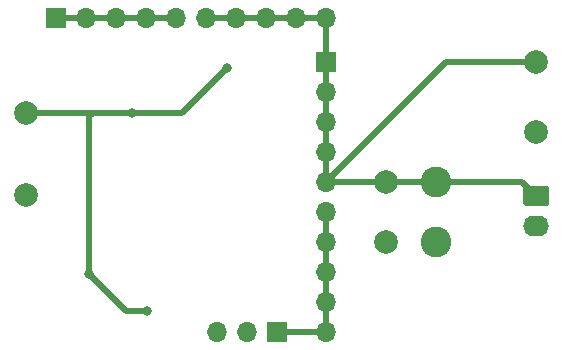
<source format=gbr>
G04 #@! TF.GenerationSoftware,KiCad,Pcbnew,(5.1.10-0-10_14)*
G04 #@! TF.CreationDate,2021-07-29T18:16:50+02:00*
G04 #@! TF.ProjectId,quasimodo,71756173-696d-46f6-946f-2e6b69636164,rev?*
G04 #@! TF.SameCoordinates,Original*
G04 #@! TF.FileFunction,Copper,L2,Bot*
G04 #@! TF.FilePolarity,Positive*
%FSLAX46Y46*%
G04 Gerber Fmt 4.6, Leading zero omitted, Abs format (unit mm)*
G04 Created by KiCad (PCBNEW (5.1.10-0-10_14)) date 2021-07-29 18:16:50*
%MOMM*%
%LPD*%
G01*
G04 APERTURE LIST*
G04 #@! TA.AperFunction,ComponentPad*
%ADD10C,2.600000*%
G04 #@! TD*
G04 #@! TA.AperFunction,ComponentPad*
%ADD11C,2.000000*%
G04 #@! TD*
G04 #@! TA.AperFunction,ComponentPad*
%ADD12O,2.190000X1.740000*%
G04 #@! TD*
G04 #@! TA.AperFunction,ComponentPad*
%ADD13O,1.700000X1.700000*%
G04 #@! TD*
G04 #@! TA.AperFunction,ComponentPad*
%ADD14R,1.700000X1.700000*%
G04 #@! TD*
G04 #@! TA.AperFunction,ViaPad*
%ADD15C,0.800000*%
G04 #@! TD*
G04 #@! TA.AperFunction,Conductor*
%ADD16C,0.500000*%
G04 #@! TD*
G04 APERTURE END LIST*
D10*
X153987500Y-108204000D03*
X153987500Y-103124000D03*
D11*
X149796500Y-108204000D03*
X149796500Y-103124000D03*
D12*
X162496500Y-106870500D03*
G04 #@! TA.AperFunction,ComponentPad*
G36*
G01*
X161651499Y-103460500D02*
X163341501Y-103460500D01*
G75*
G02*
X163591500Y-103710499I0J-249999D01*
G01*
X163591500Y-104950501D01*
G75*
G02*
X163341501Y-105200500I-249999J0D01*
G01*
X161651499Y-105200500D01*
G75*
G02*
X161401500Y-104950501I0J249999D01*
G01*
X161401500Y-103710499D01*
G75*
G02*
X161651499Y-103460500I249999J0D01*
G01*
G37*
G04 #@! TD.AperFunction*
D11*
X162496500Y-98933000D03*
X162496500Y-92964000D03*
D13*
X135445500Y-115824000D03*
X137985500Y-115824000D03*
D14*
X140525500Y-115824000D03*
D13*
X144716500Y-115824000D03*
X144716500Y-113284000D03*
X144716500Y-110744000D03*
X144716500Y-108204000D03*
X144716500Y-105664000D03*
X144716500Y-103124000D03*
X144716500Y-100584000D03*
X144716500Y-98044000D03*
X144716500Y-95504000D03*
D14*
X144716500Y-92964000D03*
D13*
X144653000Y-89281000D03*
X142113000Y-89281000D03*
X139573000Y-89281000D03*
X137033000Y-89281000D03*
X134493000Y-89281000D03*
X131953000Y-89281000D03*
X129413000Y-89281000D03*
X126873000Y-89281000D03*
X124333000Y-89281000D03*
D14*
X121793000Y-89281000D03*
D11*
X119253000Y-104267000D03*
X119253000Y-97345500D03*
D15*
X128270000Y-97345500D03*
X136271000Y-93535500D03*
X124650500Y-110934500D03*
X129540000Y-114046000D03*
D16*
X132461000Y-97345500D02*
X136271000Y-93535500D01*
X128270000Y-97345500D02*
X132461000Y-97345500D01*
X124968000Y-97409000D02*
X124904500Y-97345500D01*
X124904500Y-97345500D02*
X128270000Y-97345500D01*
X127762000Y-114046000D02*
X124650500Y-110934500D01*
X129540000Y-114046000D02*
X127762000Y-114046000D01*
X124650500Y-97536000D02*
X124460000Y-97345500D01*
X124650500Y-110934500D02*
X124650500Y-97536000D01*
X124460000Y-97345500D02*
X124904500Y-97345500D01*
X119253000Y-97345500D02*
X124460000Y-97345500D01*
X144716500Y-103124000D02*
X149796500Y-103124000D01*
X149796500Y-103124000D02*
X153987500Y-103124000D01*
X161290000Y-103124000D02*
X162496500Y-104330500D01*
X153987500Y-103124000D02*
X161290000Y-103124000D01*
X154876500Y-92964000D02*
X144716500Y-103124000D01*
X162496500Y-92964000D02*
X154876500Y-92964000D01*
X144716500Y-103124000D02*
X144716500Y-100584000D01*
X144716500Y-100584000D02*
X144716500Y-98044000D01*
X144716500Y-98044000D02*
X144716500Y-95504000D01*
X144716500Y-95504000D02*
X144716500Y-92964000D01*
X144716500Y-89344500D02*
X144653000Y-89281000D01*
X144716500Y-92964000D02*
X144716500Y-89344500D01*
X144653000Y-89281000D02*
X142113000Y-89281000D01*
X142113000Y-89281000D02*
X139573000Y-89281000D01*
X139573000Y-89281000D02*
X137033000Y-89281000D01*
X137033000Y-89281000D02*
X134493000Y-89281000D01*
X131953000Y-89281000D02*
X129413000Y-89281000D01*
X129413000Y-89281000D02*
X126873000Y-89281000D01*
X126873000Y-89281000D02*
X124333000Y-89281000D01*
X124333000Y-89281000D02*
X121793000Y-89281000D01*
X140525500Y-115824000D02*
X144716500Y-115824000D01*
X144716500Y-115824000D02*
X144716500Y-113284000D01*
X144716500Y-113284000D02*
X144716500Y-110744000D01*
X144716500Y-110744000D02*
X144716500Y-108204000D01*
X144716500Y-108204000D02*
X144716500Y-105664000D01*
M02*

</source>
